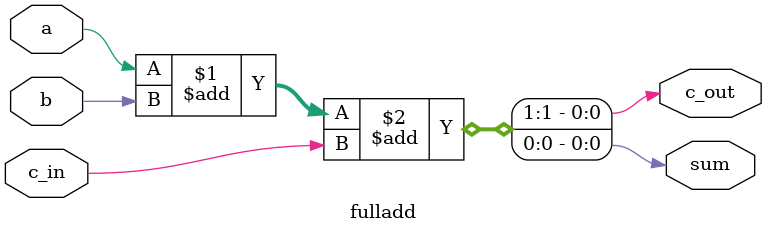
<source format=v>
module fulladd ( a , b, c_in, c_out, sum);
input a;
input b;
input c_in;
output c_out;
output sum;

assign { c_out, sum} = a + b + c_in;
endmodule

</source>
